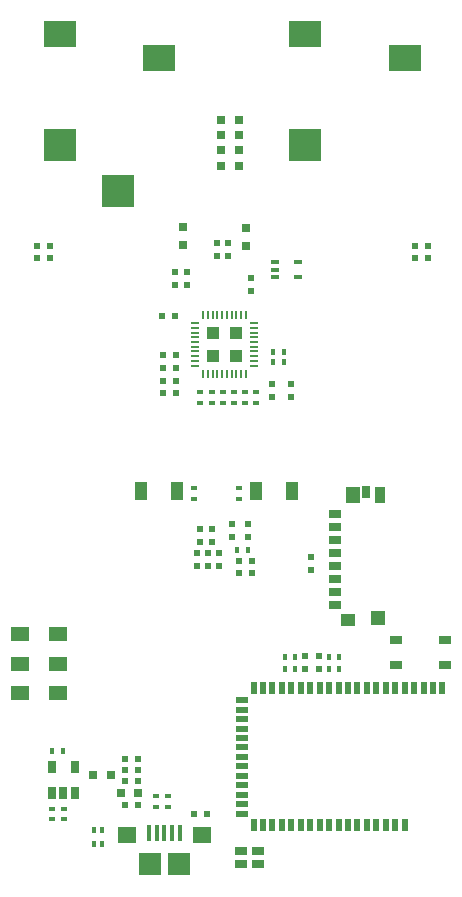
<source format=gbr>
G04 #@! TF.GenerationSoftware,KiCad,Pcbnew,(5.1.5)-3*
G04 #@! TF.CreationDate,2020-05-06T16:42:26+05:30*
G04 #@! TF.ProjectId,Tympan_D,54796d70-616e-45f4-942e-6b696361645f,rev?*
G04 #@! TF.SameCoordinates,PX6d878d0PY72e6100*
G04 #@! TF.FileFunction,Paste,Top*
G04 #@! TF.FilePolarity,Positive*
%FSLAX46Y46*%
G04 Gerber Fmt 4.6, Leading zero omitted, Abs format (unit mm)*
G04 Created by KiCad (PCBNEW (5.1.5)-3) date 2020-05-06 16:42:26*
%MOMM*%
%LPD*%
G04 APERTURE LIST*
%ADD10R,0.600000X0.400000*%
%ADD11R,0.600000X1.000000*%
%ADD12R,1.000000X0.600000*%
%ADD13R,1.000000X1.600000*%
%ADD14R,0.800000X0.750000*%
%ADD15R,0.750000X0.800000*%
%ADD16R,0.200000X0.750000*%
%ADD17R,0.750000X0.200000*%
%ADD18R,1.140000X1.140000*%
%ADD19R,2.800000X2.800000*%
%ADD20R,2.800000X2.200000*%
%ADD21R,0.500000X0.600000*%
%ADD22R,0.600000X0.500000*%
%ADD23R,1.900000X1.900000*%
%ADD24R,1.600000X1.400000*%
%ADD25R,0.400000X1.350000*%
%ADD26R,0.400000X0.600000*%
%ADD27R,1.050000X0.650000*%
%ADD28R,1.000000X0.800000*%
%ADD29R,1.600000X1.200000*%
%ADD30R,0.650000X0.400000*%
%ADD31R,1.000000X0.700000*%
%ADD32R,1.200000X1.000000*%
%ADD33R,1.200000X1.150000*%
%ADD34R,1.200000X1.450000*%
%ADD35R,0.700000X1.000000*%
%ADD36R,0.900000X1.400000*%
%ADD37R,0.650000X1.060000*%
%ADD38R,0.400000X0.500000*%
G04 APERTURE END LIST*
D10*
X21050000Y41400000D03*
X21050000Y40500000D03*
D11*
X36800000Y16300000D03*
X36000000Y16300000D03*
X35200000Y16300000D03*
X34400000Y16300000D03*
X33600000Y16300000D03*
X32800000Y16300000D03*
X32000000Y16300000D03*
X31200000Y16300000D03*
X30400000Y16300000D03*
X29600000Y16300000D03*
X28800000Y16300000D03*
X28000000Y16300000D03*
X27200000Y16300000D03*
X26400000Y16300000D03*
X25600000Y16300000D03*
X24800000Y16300000D03*
X24000000Y16300000D03*
X23200000Y16300000D03*
X22400000Y16300000D03*
X21600000Y16300000D03*
X20800000Y16300000D03*
D12*
X19800000Y15300000D03*
X19800000Y14500000D03*
X19800000Y13700000D03*
X19800000Y12900000D03*
X19800000Y12100000D03*
X19800000Y11300000D03*
X19800000Y10500000D03*
X19800000Y9700000D03*
X19800000Y8900000D03*
X19800000Y8100000D03*
X19800000Y7300000D03*
X19800000Y6500000D03*
X19800000Y5700000D03*
D11*
X20800000Y4700000D03*
X21600000Y4700000D03*
X22400000Y4700000D03*
X23200000Y4700000D03*
X24000000Y4700000D03*
X24800000Y4700000D03*
X25600000Y4700000D03*
X26400000Y4700000D03*
X27200000Y4700000D03*
X28000000Y4700000D03*
X28800000Y4700000D03*
X29600000Y4700000D03*
X30400000Y4700000D03*
X31200000Y4700000D03*
X32000000Y4700000D03*
X32800000Y4700000D03*
X33600000Y4700000D03*
D13*
X11300000Y33050000D03*
X14300000Y33050000D03*
X24050000Y33000000D03*
X21050000Y33000000D03*
D14*
X18050000Y61850000D03*
X19550000Y61850000D03*
X18050000Y63150000D03*
X19550000Y63150000D03*
X19550000Y60550000D03*
X18050000Y60550000D03*
D15*
X20175000Y53750000D03*
X20175000Y55250000D03*
X14800000Y55325000D03*
X14800000Y53825000D03*
D14*
X19550000Y64450000D03*
X18050000Y64450000D03*
D16*
X16544600Y42933000D03*
X16944600Y42933000D03*
X17344600Y42933000D03*
X17744600Y42933000D03*
X18144600Y42933000D03*
X18544600Y42933000D03*
X18944600Y42933000D03*
X19344600Y42933000D03*
X19744600Y42933000D03*
X20144600Y42933000D03*
D17*
X20844600Y43633000D03*
X20844600Y44033000D03*
X20844600Y44433000D03*
X20844600Y44833000D03*
X20844600Y45233000D03*
X20844600Y45633000D03*
X20844600Y46033000D03*
X20844600Y46433000D03*
X20844600Y46833000D03*
X20844600Y47233000D03*
D16*
X20144600Y47933000D03*
X19744600Y47933000D03*
X19344600Y47933000D03*
X18944600Y47933000D03*
X18544600Y47933000D03*
X18144600Y47933000D03*
X17744600Y47933000D03*
X17344600Y47933000D03*
X16944600Y47933000D03*
X16544600Y47933000D03*
D17*
X15844600Y47233000D03*
X15844600Y46833000D03*
X15844600Y46433000D03*
X15844600Y46033000D03*
X15844600Y45633000D03*
X15844600Y45233000D03*
X15844600Y44833000D03*
X15844600Y44433000D03*
X15844600Y44033000D03*
X15844600Y43633000D03*
D18*
X19294600Y46383000D03*
X17394600Y46383000D03*
X19294600Y44483000D03*
X17394600Y44483000D03*
D19*
X9350000Y58400000D03*
X4400000Y62300000D03*
D20*
X12800000Y69700000D03*
X4400000Y71700000D03*
D19*
X25200000Y62300000D03*
D20*
X33600000Y69700000D03*
X25200000Y71700000D03*
D21*
X20350000Y30200000D03*
X20350000Y29100000D03*
X14267900Y44560600D03*
X14267900Y43460600D03*
X14140900Y51532900D03*
X14140900Y50432900D03*
X22350600Y40940700D03*
X22350600Y42040700D03*
X24000000Y40950000D03*
X24000000Y42050000D03*
D22*
X14246400Y41330900D03*
X13146400Y41330900D03*
X14246400Y42308800D03*
X13146400Y42308800D03*
D21*
X13150300Y44560600D03*
X13150300Y43460600D03*
D22*
X14150000Y47800000D03*
X13050000Y47800000D03*
D21*
X15195000Y50432900D03*
X15195000Y51532900D03*
X20600000Y51050000D03*
X20600000Y49950000D03*
X18600000Y52950000D03*
X18600000Y54050000D03*
X17700000Y52950000D03*
X17700000Y54050000D03*
D22*
X11050000Y6400000D03*
X9950000Y6400000D03*
X34450000Y52750000D03*
X35550000Y52750000D03*
X34450000Y53750000D03*
X35550000Y53750000D03*
X2450000Y52750000D03*
X3550000Y52750000D03*
X3550000Y53750000D03*
X2450000Y53750000D03*
D10*
X15800000Y33250000D03*
X15800000Y32350000D03*
X19600000Y33250000D03*
X19600000Y32350000D03*
D21*
X17900000Y27750000D03*
X17900000Y26650000D03*
D22*
X19550000Y26100000D03*
X20650000Y26100000D03*
D21*
X16050000Y27750000D03*
X16050000Y26650000D03*
X16950000Y27750000D03*
X16950000Y26650000D03*
X16275000Y28725000D03*
X16275000Y29825000D03*
X17275000Y28725000D03*
X17275000Y29825000D03*
D23*
X14450000Y1400000D03*
D24*
X16450000Y3850000D03*
D25*
X11950000Y4075000D03*
X12600000Y4075000D03*
X14550000Y4075000D03*
X13900000Y4075000D03*
X13250000Y4075000D03*
D24*
X10050000Y3850000D03*
D23*
X12050000Y1400000D03*
D26*
X20300000Y28000000D03*
X19400000Y28000000D03*
D10*
X12550000Y6250000D03*
X12550000Y7150000D03*
X13550000Y6250000D03*
X13550000Y7150000D03*
D27*
X32900000Y20400000D03*
X37050000Y20400000D03*
X32900000Y18250000D03*
X37050000Y18250000D03*
D21*
X25650000Y27400000D03*
X25650000Y26300000D03*
X26325000Y19025000D03*
X26325000Y17925000D03*
X25200000Y19050000D03*
X25200000Y17950000D03*
D28*
X19700000Y2550000D03*
X21200000Y2550000D03*
X21200000Y1450000D03*
X19700000Y1450000D03*
D26*
X28075000Y17925000D03*
X27175000Y17925000D03*
X23450000Y17950000D03*
X24350000Y17950000D03*
X27175000Y18925000D03*
X28075000Y18925000D03*
X24350000Y18975000D03*
X23450000Y18975000D03*
D22*
X19550000Y27050000D03*
X20650000Y27050000D03*
D21*
X19000000Y29100000D03*
X19000000Y30200000D03*
D29*
X4270000Y18410000D03*
X1070000Y18410000D03*
X4270000Y15910000D03*
X1070000Y15910000D03*
X1070000Y20910000D03*
X4270000Y20910000D03*
D22*
X9950000Y8500000D03*
X11050000Y8500000D03*
X9950000Y9400000D03*
X11050000Y9400000D03*
X9950000Y10300000D03*
X11050000Y10300000D03*
X15800000Y5650000D03*
X16900000Y5650000D03*
D14*
X9550000Y7450000D03*
X11050000Y7450000D03*
D30*
X22650000Y52400000D03*
X22650000Y51100000D03*
X22650000Y51750000D03*
X24550000Y51100000D03*
X24550000Y52400000D03*
D31*
X27710000Y31050000D03*
X27710000Y29950000D03*
X27710000Y28850000D03*
X27710000Y27750000D03*
X27710000Y26650000D03*
X27710000Y25550000D03*
X27710000Y24450000D03*
X27710000Y23350000D03*
D32*
X28760000Y22075000D03*
D33*
X31350000Y22275000D03*
D34*
X29200000Y32675000D03*
D35*
X30350000Y32900000D03*
D36*
X31500000Y32700000D03*
D10*
X3750000Y5225000D03*
X3750000Y6125000D03*
D26*
X3750000Y10975000D03*
X4650000Y10975000D03*
D10*
X4725000Y5225000D03*
X4725000Y6125000D03*
D37*
X3762500Y7412500D03*
X4712500Y7412500D03*
X5662500Y7412500D03*
X5662500Y9612500D03*
X3762500Y9612500D03*
D38*
X8000000Y4310000D03*
X8000000Y3110000D03*
X7300000Y4310000D03*
X7300000Y3110000D03*
D10*
X16300000Y40500000D03*
X16300000Y41400000D03*
X18200000Y41400000D03*
X18200000Y40500000D03*
X19150000Y41400000D03*
X19150000Y40500000D03*
X20100000Y40500000D03*
X20100000Y41400000D03*
X17250000Y40500000D03*
X17250000Y41400000D03*
D26*
X22479300Y44810700D03*
X23379300Y44810700D03*
X23379300Y43947100D03*
X22479300Y43947100D03*
D14*
X7250000Y9000000D03*
X8750000Y9000000D03*
M02*

</source>
